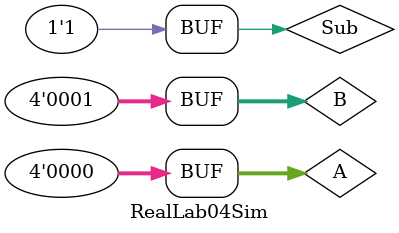
<source format=sv>
`timescale 1ns / 1ps


module RealLab04Sim(

    );
    logic [3:0]A;
    logic [3:0]B;
    logic Sub;
    logic [7:0]seg;
    logic neg;
    logic [3:0]an;
    RealLab04 Labl_inst(.A(A), .B(B), .Sub(Sub), .seg(seg), .neg(neg), .an(an));
    
    initial
    begin
    A= 4'b0001; B=4'b0101; Sub=0;  //1
    #10
    A= 4'b1111; B=4'b1101; Sub=0;  //2
    #10
    A= 4'b0011; B=4'b1011; Sub=0;  //3 
    #10
    A= 4'b1000; B=4'b0100; Sub=0;  //4
    #10
    A= 4'b0011; B=4'b0111; Sub=0;  //5
    #10
    A= 4'b1100; B=4'b1001; Sub=0; //6 
    #10
    A= 4'b0000; B=4'b0000; Sub=0; //7
    #10
    A= 4'b0101; B=4'b0000; Sub=0; //8
    #10
    A= 4'b0000; B=4'b0110; Sub=0; //9
    #10
    A= 4'b0100; B=4'b1101; Sub=1; //10
    #10
    A= 4'b1010; B=4'b0010; Sub=1; //11
    #10
    A= 4'b0101; B=4'b0011; Sub=1; //12
    #10
    A= 4'b1001; B=4'b1110; Sub=1; //13
    #10
    A= 4'b0100; B=4'b1001; Sub=1; //14
    #10
    A= 4'b1010; B=4'b0110; Sub=1; //15
    #10
    A= 4'b0000; B=4'b0000; Sub=1; //16
    #10
    A= 4'b0110; B=4'b0000; Sub=1; //17
    #10
    A= 4'b0000; B=4'b0001; Sub=1; //17
    
    
    end

endmodule

</source>
